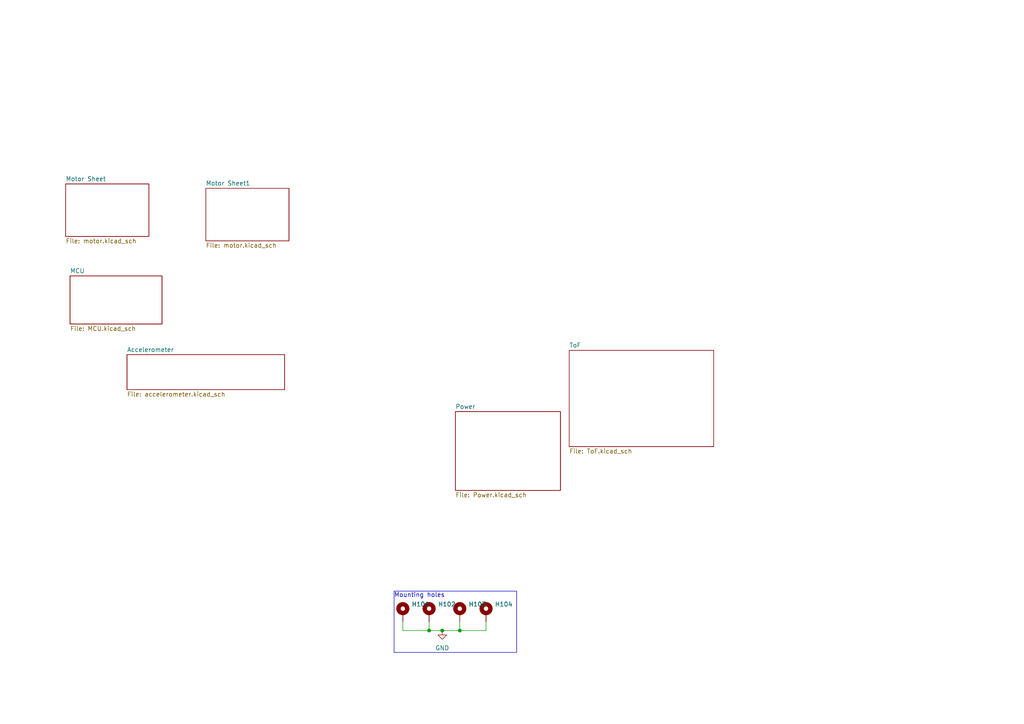
<source format=kicad_sch>
(kicad_sch (version 20250114) (generator "eeschema") (generator_version "9.0")
  (paper "A4")
  (lib_symbols
    (symbol "Mechanical:MountingHole_Pad" (pin_numbers (hide yes)) (pin_names (offset 1.016) (hide yes)) (exclude_from_sim yes) (in_bom no)
      (property "Reference" "H" (at 0 6.35 0))
      (property "Value" "MountingHole_Pad" (at 0 4.445 0))
      (symbol "MountingHole_Pad_0_1"
        (circle (center 0 1.27) (radius 1.27) (stroke (width 1.27)))
      )
      (symbol "MountingHole_Pad_1_1"
        (pin input line (at 0 -2.54 90) (length 2.54) (name "1") (number "1"))
      )
    )
    (symbol "power:GND" (power) (pin_numbers (hide yes)) (pin_names (offset 0) (hide yes))
      (property "Value" "GND" (at 0 -3.81 0))
      (symbol "GND_0_1"
        (polyline (pts (xy 0 0) (xy 0 -1.27) (xy 1.27 -1.27) (xy 0 -2.54) (xy -1.27 -1.27) (xy 0 -1.27)))
      )
      (symbol "GND_1_1"
        (pin power_in line (at 0 0 270) (length 0) (name "~") (number "1"))
      )
    )
  )
  (rectangle (start 114.3 171.45) (end 149.86 189.23))
  (text "Mounting holes\n" (at 121.666 172.72 0) (effects (font (size 1.27 1.27))))
  (junction (at 133.35 182.88))
  (junction (at 128.27 182.88))
  (junction (at 124.46 182.88))
  (wire (pts (xy 128.27 182.88) (xy 133.35 182.88)))
  (wire (pts (xy 133.35 182.88) (xy 140.97 182.88)))
  (wire (pts (xy 116.84 180.34) (xy 116.84 182.88)))
  (wire (pts (xy 140.97 182.88) (xy 140.97 180.34)))
  (wire (pts (xy 124.46 180.34) (xy 124.46 182.88)))
  (wire (pts (xy 124.46 182.88) (xy 128.27 182.88)))
  (wire (pts (xy 116.84 182.88) (xy 124.46 182.88)))
  (wire (pts (xy 133.35 180.34) (xy 133.35 182.88)))
  (symbol (lib_id "Mechanical:MountingHole_Pad") (at 133.35 177.8 0) (unit 1) (exclude_from_sim yes) (in_bom no)
    (property "Reference" "H103" (at 135.89 175.2599 0) (effects (justify left)))
    (property "Value" "MountingHole_Pad" (effects (hide yes)))
    (property "Footprint" "MountingHole:MountingHole_2.5mm_Pad_TopBottom" (effects (hide yes)))
    (property "Description" "Mounting Hole with connection" (effects (hide yes)))
  )
  (symbol (lib_id "Mechanical:MountingHole_Pad") (at 140.97 177.8 0) (unit 1) (exclude_from_sim yes) (in_bom no)
    (property "Reference" "H104" (at 143.51 175.2599 0) (effects (justify left)))
    (property "Value" "MountingHole_Pad" (effects (hide yes)))
    (property "Footprint" "MountingHole:MountingHole_2.5mm_Pad_TopBottom" (effects (hide yes)))
    (property "Description" "Mounting Hole with connection" (effects (hide yes)))
  )
  (symbol (lib_id "Mechanical:MountingHole_Pad") (at 116.84 177.8 0) (unit 1) (exclude_from_sim yes) (in_bom no)
    (property "Reference" "H101" (at 119.38 175.2599 0) (effects (justify left)))
    (property "Value" "MountingHole_Pad" (effects (hide yes)))
    (property "Footprint" "MountingHole:MountingHole_2.5mm_Pad_TopBottom" (effects (hide yes)))
    (property "Description" "Mounting Hole with connection" (effects (hide yes)))
  )
  (symbol (lib_id "Mechanical:MountingHole_Pad") (at 124.46 177.8 0) (unit 1) (exclude_from_sim yes) (in_bom no)
    (property "Reference" "H102" (at 127 175.2599 0) (effects (justify left)))
    (property "Value" "MountingHole_Pad" (effects (hide yes)))
    (property "Footprint" "MountingHole:MountingHole_2.5mm_Pad_TopBottom" (effects (hide yes)))
    (property "Description" "Mounting Hole with connection" (effects (hide yes)))
  )
  (symbol (lib_id "power:GND") (at 128.27 182.88 0) (unit 1)
    (property "Reference" "#PWR0103" (effects (hide yes)))
    (property "Value" "GND" (at 128.27 187.96 0))
    (property "Description" "Power symbol creates a global label with name \"GND\" , ground" (effects (hide yes)))
  )
  (sheet (at 20.32 80.01) (size 26.67 13.97) (stroke (width 0.1524))
    (property "Sheetname" "MCU" (at 20.32 79.2984 0) (effects (justify left bottom)))
    (property "Sheetfile" "MCU.kicad_sch" (at 20.32 94.5646 0) (effects (justify left top)))
  )
  (sheet (at 36.83 102.87) (size 45.72 10.16) (stroke (width 0.1524))
    (property "Sheetname" "Accelerometer" (at 36.83 102.1584 0) (effects (justify left bottom)))
    (property "Sheetfile" "accelerometer.kicad_sch" (at 36.83 113.6146 0) (effects (justify left top)))
  )
  (sheet (at 132.08 119.38) (size 30.48 22.86) (stroke (width 0.1524))
    (property "Sheetname" "Power" (at 132.08 118.6684 0) (effects (justify left bottom)))
    (property "Sheetfile" "Power.kicad_sch" (at 132.08 142.8246 0) (effects (justify left top)))
  )
  (sheet (at 19.05 53.34) (size 24.13 15.24) (stroke (width 0.1524))
    (property "Sheetname" "Motor Sheet" (at 19.05 52.6284 0) (effects (justify left bottom)))
    (property "Sheetfile" "motor.kicad_sch" (at 19.05 69.1646 0) (effects (justify left top)))
  )
  (sheet (at 165.1 101.6) (size 41.91 27.94) (stroke (width 0.1524))
    (property "Sheetname" "ToF" (at 165.1 100.8884 0) (effects (justify left bottom)))
    (property "Sheetfile" "ToF.kicad_sch" (at 165.1 130.1246 0) (effects (justify left top)))
  )
  (sheet (at 59.69 54.61) (size 24.13 15.24) (stroke (width 0.1524))
    (property "Sheetname" "Motor Sheet1" (at 59.69 53.8984 0) (effects (justify left bottom)))
    (property "Sheetfile" "motor.kicad_sch" (at 59.69 70.4346 0) (effects (justify left top)))
  )
)
</source>
